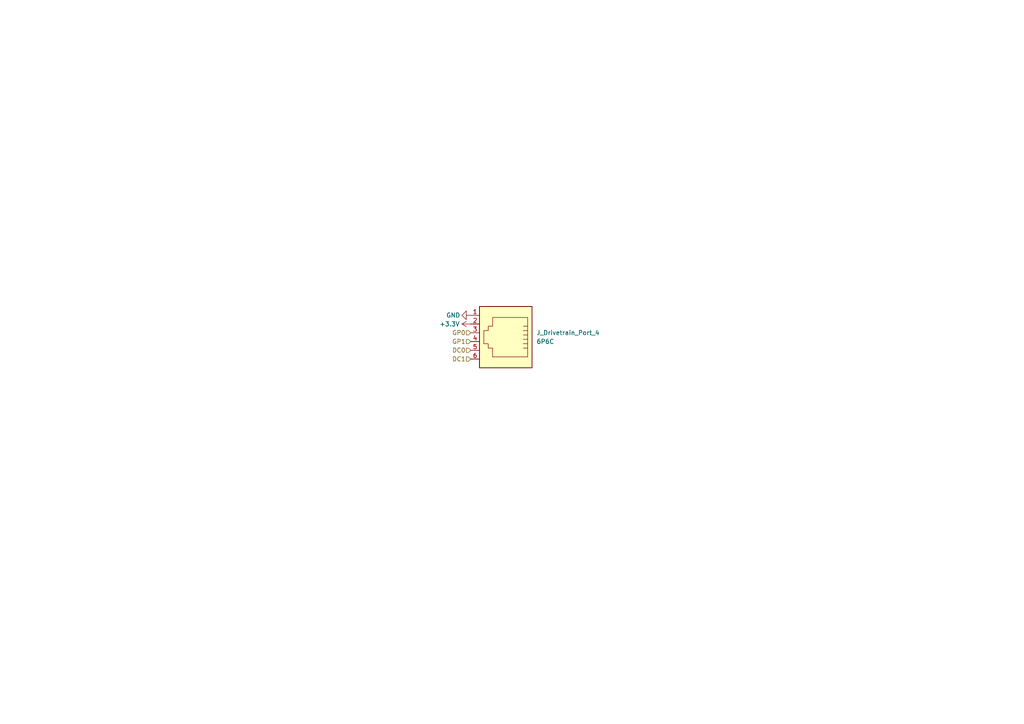
<source format=kicad_sch>
(kicad_sch (version 20211123) (generator eeschema)
  (paper "A4")
  (lib_symbols
    (symbol "Connector:6P6C" (pin_names (offset 1.016))
      (property "Reference" "J" (at -5.08 11.43 0))
      (property "Value" "6P6C" (at 2.54 11.43 0))
      (symbol "6P6C_0_1"
        (polyline (pts (xy -6.35 -1.905) (xy -5.08 -1.905) (xy -5.08 -1.905)))
        (polyline (pts (xy -6.35 -0.635) (xy -5.08 -0.635) (xy -5.08 -0.635)))
        (polyline (pts (xy -6.35 0.635) (xy -5.08 0.635) (xy -5.08 0.635)))
        (polyline (pts (xy -6.35 1.905) (xy -5.08 1.905) (xy -5.08 1.905)))
        (polyline (pts (xy -6.35 3.175) (xy -5.08 3.175) (xy -5.08 3.175)))
        (polyline (pts (xy -5.08 4.445) (xy -6.35 4.445) (xy -6.35 4.445)))
        (polyline (pts (xy -6.35 -4.445) (xy -6.35 6.985) (xy 3.81 6.985) (xy 3.81 4.445) (xy 5.08 4.445) (xy 5.08 3.175) (xy 6.35 3.175) (xy 6.35 -0.635) (xy 5.08 -0.635) (xy 5.08 -1.905) (xy 3.81 -1.905) (xy 3.81 -4.445) (xy -6.35 -4.445) (xy -6.35 -4.445)))
        (rectangle (start 7.62 10.16) (end -7.62 -7.62) (stroke (width 0.254)) (fill (type background)))
      )
      (symbol "6P6C_1_1"
        (pin passive line (at 10.16 -5.08 180) (length 2.54) (name "~") (number "1"))
        (pin passive line (at 10.16 -2.54 180) (length 2.54) (name "~") (number "2"))
        (pin passive line (at 10.16 0 180) (length 2.54) (name "~") (number "3"))
        (pin passive line (at 10.16 2.54 180) (length 2.54) (name "~") (number "4"))
        (pin passive line (at 10.16 5.08 180) (length 2.54) (name "~") (number "5"))
        (pin passive line (at 10.16 7.62 180) (length 2.54) (name "~") (number "6"))
      )
    )
    (symbol "power:+3.3V" (power) (pin_names (offset 0))
      (property "Value" "+3.3V" (at 0 3.556 0))
      (symbol "+3.3V_0_1"
        (polyline (pts (xy -0.762 1.27) (xy 0 2.54)))
        (polyline (pts (xy 0 0) (xy 0 2.54)))
        (polyline (pts (xy 0 2.54) (xy 0.762 1.27)))
      )
      (symbol "+3.3V_1_1"
        (pin power_in line (at 0 0 90) (length 0) hide (name "+3.3V") (number "1"))
      )
    )
    (symbol "power:GND" (power) (pin_names (offset 0))
      (property "Value" "GND" (at 0 -3.81 0))
      (symbol "GND_0_1"
        (polyline (pts (xy 0 0) (xy 0 -1.27) (xy 1.27 -1.27) (xy 0 -2.54) (xy -1.27 -1.27) (xy 0 -1.27)))
      )
      (symbol "GND_1_1"
        (pin power_in line (at 0 0 270) (length 0) hide (name "GND") (number "1"))
      )
    )
  )
  (hierarchical_label "GP0" (shape input) (at 136.525 96.52 180))
  (hierarchical_label "DC1" (shape input) (at 136.525 104.14 180))
  (hierarchical_label "GP1" (shape input) (at 136.525 99.06 180))
  (hierarchical_label "DC0" (shape input) (at 136.525 101.6 180))
  (symbol (lib_id "power:+3.3V") (at 136.525 93.98 90) (unit 1)
    (property "Reference" "#PWR0129" (effects hide))
    (property "Value" "+3.3V" (at 133.35 93.98 90) (effects (justify left)))
  )
  (symbol (lib_id "Connector:6P6C") (at 146.685 96.52 180) (unit 1)
    (property "Reference" "J_Drivetrain_Port_4" (at 155.575 96.5199 0) (effects (justify right)))
    (property "Value" "6P6C" (at 155.575 99.0599 0) (effects (justify right)))
    (property "Footprint" "Connector_RJ:RJ12_Amphenol_54601" (effects hide))
  )
  (symbol (lib_id "power:GND") (at 136.525 91.44 270) (unit 1)
    (property "Reference" "#PWR0130" (effects hide))
    (property "Value" "GND" (at 131.445 91.44 90))
  )
)
</source>
